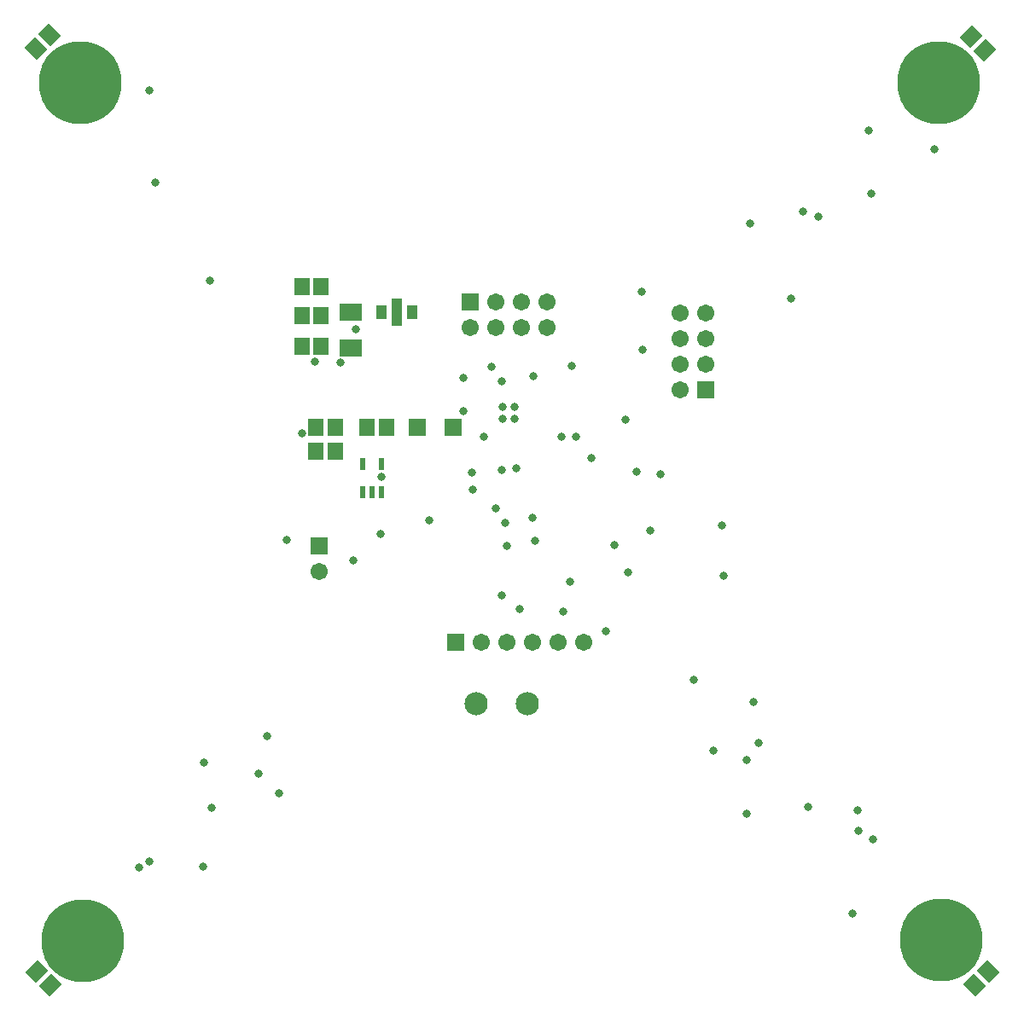
<source format=gbs>
%FSLAX25Y25*%
%MOIN*%
G70*
G01*
G75*
G04 Layer_Color=16711935*
G04:AMPARAMS|DCode=10|XSize=78.74mil|YSize=47.24mil|CornerRadius=0mil|HoleSize=0mil|Usage=FLASHONLY|Rotation=45.000|XOffset=0mil|YOffset=0mil|HoleType=Round|Shape=Rectangle|*
%AMROTATEDRECTD10*
4,1,4,-0.01114,-0.04454,-0.04454,-0.01114,0.01114,0.04454,0.04454,0.01114,-0.01114,-0.04454,0.0*
%
%ADD10ROTATEDRECTD10*%

G04:AMPARAMS|DCode=11|XSize=78.74mil|YSize=47.24mil|CornerRadius=0mil|HoleSize=0mil|Usage=FLASHONLY|Rotation=315.000|XOffset=0mil|YOffset=0mil|HoleType=Round|Shape=Rectangle|*
%AMROTATEDRECTD11*
4,1,4,-0.04454,0.01114,-0.01114,0.04454,0.04454,-0.01114,0.01114,-0.04454,-0.04454,0.01114,0.0*
%
%ADD11ROTATEDRECTD11*%

%ADD12O,0.01181X0.08268*%
%ADD13O,0.08268X0.01181*%
G04:AMPARAMS|DCode=14|XSize=59.06mil|YSize=51.18mil|CornerRadius=0mil|HoleSize=0mil|Usage=FLASHONLY|Rotation=45.000|XOffset=0mil|YOffset=0mil|HoleType=Round|Shape=Rectangle|*
%AMROTATEDRECTD14*
4,1,4,-0.00278,-0.03897,-0.03897,-0.00278,0.00278,0.03897,0.03897,0.00278,-0.00278,-0.03897,0.0*
%
%ADD14ROTATEDRECTD14*%

G04:AMPARAMS|DCode=15|XSize=35.43mil|YSize=37.4mil|CornerRadius=0mil|HoleSize=0mil|Usage=FLASHONLY|Rotation=45.000|XOffset=0mil|YOffset=0mil|HoleType=Round|Shape=Rectangle|*
%AMROTATEDRECTD15*
4,1,4,0.00070,-0.02575,-0.02575,0.00070,-0.00070,0.02575,0.02575,-0.00070,0.00070,-0.02575,0.0*
%
%ADD15ROTATEDRECTD15*%

G04:AMPARAMS|DCode=16|XSize=35.43mil|YSize=37.4mil|CornerRadius=0mil|HoleSize=0mil|Usage=FLASHONLY|Rotation=45.000|XOffset=0mil|YOffset=0mil|HoleType=Round|Shape=Rectangle|*
%AMROTATEDRECTD16*
4,1,4,0.00070,-0.02575,-0.02575,0.00070,-0.00070,0.02575,0.02575,-0.00070,0.00070,-0.02575,0.0*
%
%ADD16ROTATEDRECTD16*%

G04:AMPARAMS|DCode=17|XSize=59.06mil|YSize=51.18mil|CornerRadius=0mil|HoleSize=0mil|Usage=FLASHONLY|Rotation=135.000|XOffset=0mil|YOffset=0mil|HoleType=Round|Shape=Rectangle|*
%AMROTATEDRECTD17*
4,1,4,0.03897,-0.00278,0.00278,-0.03897,-0.03897,0.00278,-0.00278,0.03897,0.03897,-0.00278,0.0*
%
%ADD17ROTATEDRECTD17*%

G04:AMPARAMS|DCode=18|XSize=35.43mil|YSize=37.4mil|CornerRadius=0mil|HoleSize=0mil|Usage=FLASHONLY|Rotation=135.000|XOffset=0mil|YOffset=0mil|HoleType=Round|Shape=Rectangle|*
%AMROTATEDRECTD18*
4,1,4,0.02575,0.00070,-0.00070,-0.02575,-0.02575,-0.00070,0.00070,0.02575,0.02575,0.00070,0.0*
%
%ADD18ROTATEDRECTD18*%

G04:AMPARAMS|DCode=19|XSize=35.43mil|YSize=37.4mil|CornerRadius=0mil|HoleSize=0mil|Usage=FLASHONLY|Rotation=135.000|XOffset=0mil|YOffset=0mil|HoleType=Round|Shape=Rectangle|*
%AMROTATEDRECTD19*
4,1,4,0.02575,0.00070,-0.00070,-0.02575,-0.02575,-0.00070,0.00070,0.02575,0.02575,0.00070,0.0*
%
%ADD19ROTATEDRECTD19*%

%ADD20R,0.07480X0.02756*%
%ADD21O,0.02362X0.00984*%
%ADD22O,0.00984X0.02362*%
%ADD23R,0.11024X0.10630*%
%ADD24R,0.05906X0.05118*%
%ADD25R,0.03543X0.03740*%
%ADD26R,0.03543X0.03740*%
%ADD27C,0.01063*%
%ADD28C,0.01378*%
%ADD29C,0.01181*%
%ADD30C,0.08268*%
%ADD31C,0.05906*%
%ADD32R,0.05906X0.05906*%
%ADD33R,0.05906X0.05906*%
%ADD34C,0.31496*%
%ADD35C,0.02362*%
%ADD36R,0.01575X0.03937*%
%ADD37R,0.01575X0.03937*%
%ADD38R,0.06000X0.06000*%
%ADD39R,0.03400X0.10000*%
%ADD40R,0.03400X0.05000*%
%ADD41R,0.05118X0.05906*%
%ADD42R,0.07874X0.05906*%
%ADD43C,0.08000*%
%ADD44C,0.01000*%
%ADD45C,0.00984*%
%ADD46C,0.02362*%
%ADD47C,0.00787*%
G04:AMPARAMS|DCode=48|XSize=86.74mil|YSize=55.24mil|CornerRadius=0mil|HoleSize=0mil|Usage=FLASHONLY|Rotation=45.000|XOffset=0mil|YOffset=0mil|HoleType=Round|Shape=Rectangle|*
%AMROTATEDRECTD48*
4,1,4,-0.01114,-0.05020,-0.05020,-0.01114,0.01114,0.05020,0.05020,0.01114,-0.01114,-0.05020,0.0*
%
%ADD48ROTATEDRECTD48*%

G04:AMPARAMS|DCode=49|XSize=86.74mil|YSize=55.24mil|CornerRadius=0mil|HoleSize=0mil|Usage=FLASHONLY|Rotation=315.000|XOffset=0mil|YOffset=0mil|HoleType=Round|Shape=Rectangle|*
%AMROTATEDRECTD49*
4,1,4,-0.05020,0.01114,-0.01114,0.05020,0.05020,-0.01114,0.01114,-0.05020,-0.05020,0.01114,0.0*
%
%ADD49ROTATEDRECTD49*%

%ADD50O,0.01981X0.09068*%
%ADD51O,0.09068X0.01981*%
G04:AMPARAMS|DCode=52|XSize=67.06mil|YSize=59.18mil|CornerRadius=0mil|HoleSize=0mil|Usage=FLASHONLY|Rotation=45.000|XOffset=0mil|YOffset=0mil|HoleType=Round|Shape=Rectangle|*
%AMROTATEDRECTD52*
4,1,4,-0.00278,-0.04463,-0.04463,-0.00278,0.00278,0.04463,0.04463,0.00278,-0.00278,-0.04463,0.0*
%
%ADD52ROTATEDRECTD52*%

G04:AMPARAMS|DCode=53|XSize=43.43mil|YSize=45.4mil|CornerRadius=0mil|HoleSize=0mil|Usage=FLASHONLY|Rotation=45.000|XOffset=0mil|YOffset=0mil|HoleType=Round|Shape=Rectangle|*
%AMROTATEDRECTD53*
4,1,4,0.00070,-0.03141,-0.03141,0.00070,-0.00070,0.03141,0.03141,-0.00070,0.00070,-0.03141,0.0*
%
%ADD53ROTATEDRECTD53*%

G04:AMPARAMS|DCode=54|XSize=43.43mil|YSize=45.4mil|CornerRadius=0mil|HoleSize=0mil|Usage=FLASHONLY|Rotation=45.000|XOffset=0mil|YOffset=0mil|HoleType=Round|Shape=Rectangle|*
%AMROTATEDRECTD54*
4,1,4,0.00070,-0.03141,-0.03141,0.00070,-0.00070,0.03141,0.03141,-0.00070,0.00070,-0.03141,0.0*
%
%ADD54ROTATEDRECTD54*%

G04:AMPARAMS|DCode=55|XSize=67.06mil|YSize=59.18mil|CornerRadius=0mil|HoleSize=0mil|Usage=FLASHONLY|Rotation=135.000|XOffset=0mil|YOffset=0mil|HoleType=Round|Shape=Rectangle|*
%AMROTATEDRECTD55*
4,1,4,0.04463,-0.00278,0.00278,-0.04463,-0.04463,0.00278,-0.00278,0.04463,0.04463,-0.00278,0.0*
%
%ADD55ROTATEDRECTD55*%

G04:AMPARAMS|DCode=56|XSize=43.43mil|YSize=45.4mil|CornerRadius=0mil|HoleSize=0mil|Usage=FLASHONLY|Rotation=135.000|XOffset=0mil|YOffset=0mil|HoleType=Round|Shape=Rectangle|*
%AMROTATEDRECTD56*
4,1,4,0.03141,0.00070,-0.00070,-0.03141,-0.03141,-0.00070,0.00070,0.03141,0.03141,0.00070,0.0*
%
%ADD56ROTATEDRECTD56*%

G04:AMPARAMS|DCode=57|XSize=43.43mil|YSize=45.4mil|CornerRadius=0mil|HoleSize=0mil|Usage=FLASHONLY|Rotation=135.000|XOffset=0mil|YOffset=0mil|HoleType=Round|Shape=Rectangle|*
%AMROTATEDRECTD57*
4,1,4,0.03141,0.00070,-0.00070,-0.03141,-0.03141,-0.00070,0.00070,0.03141,0.03141,0.00070,0.0*
%
%ADD57ROTATEDRECTD57*%

%ADD58R,0.08280X0.03556*%
%ADD59O,0.03162X0.01784*%
%ADD60O,0.01784X0.03162*%
%ADD61R,0.11824X0.11430*%
%ADD62R,0.06706X0.05918*%
%ADD63R,0.04343X0.04540*%
%ADD64R,0.04343X0.04540*%
%ADD65C,0.09068*%
%ADD66C,0.06706*%
%ADD67R,0.06706X0.06706*%
%ADD68R,0.06706X0.06706*%
%ADD69C,0.32296*%
%ADD70C,0.03162*%
%ADD71R,0.02375X0.04737*%
%ADD72R,0.02375X0.04737*%
%ADD73R,0.06800X0.06800*%
%ADD74R,0.04200X0.10800*%
%ADD75R,0.04200X0.05800*%
%ADD76R,0.05918X0.06706*%
%ADD77R,0.08674X0.06706*%
D52*
X557355Y992645D02*
D03*
X562645Y987355D02*
D03*
X197645Y621855D02*
D03*
X192355Y627145D02*
D03*
D55*
X191855Y987855D02*
D03*
X197145Y993145D02*
D03*
X563820Y627184D02*
D03*
X558530Y621894D02*
D03*
D65*
X364000Y732000D02*
D03*
X384000D02*
D03*
D66*
X443500Y884500D02*
D03*
Y874500D02*
D03*
Y864500D02*
D03*
Y854500D02*
D03*
X453500Y884500D02*
D03*
Y874500D02*
D03*
Y864500D02*
D03*
X366000Y756000D02*
D03*
X376000D02*
D03*
X386000D02*
D03*
X396000D02*
D03*
X406000D02*
D03*
X361500Y879000D02*
D03*
X371500D02*
D03*
Y889000D02*
D03*
X381500Y879000D02*
D03*
Y889000D02*
D03*
X391500Y879000D02*
D03*
Y889000D02*
D03*
X302500Y783500D02*
D03*
D67*
X453500Y854500D02*
D03*
X302500Y793500D02*
D03*
D68*
X356000Y756000D02*
D03*
X361500Y889000D02*
D03*
D69*
X209318Y974682D02*
D03*
X544682D02*
D03*
X210318Y639318D02*
D03*
X545500Y639500D02*
D03*
D70*
X409000Y828000D02*
D03*
X381000Y769000D02*
D03*
X370000Y863600D02*
D03*
X373900Y857800D02*
D03*
X469500Y689000D02*
D03*
X456500Y713500D02*
D03*
X469500Y710000D02*
D03*
X428500Y893000D02*
D03*
X449000Y741200D02*
D03*
X518918Y678882D02*
D03*
X518353Y931355D02*
D03*
X286900Y696800D02*
D03*
X236300Y670100D02*
D03*
X371500Y808200D02*
D03*
X379453Y823747D02*
D03*
X296000Y837500D02*
D03*
X289704Y796004D02*
D03*
X282300Y719300D02*
D03*
X259887Y897134D02*
D03*
X491645Y924101D02*
D03*
X470900Y919500D02*
D03*
X510918Y649946D02*
D03*
X497400Y922384D02*
D03*
X517300Y955800D02*
D03*
X375900Y793700D02*
D03*
X460000Y801700D02*
D03*
X374000Y774066D02*
D03*
X400400Y779500D02*
D03*
X472100Y732700D02*
D03*
X460700Y782000D02*
D03*
X423300Y783300D02*
D03*
X487000Y890200D02*
D03*
X422200Y842900D02*
D03*
X345600Y803600D02*
D03*
X426500Y822400D02*
D03*
X375300Y802400D02*
D03*
X358800Y846200D02*
D03*
X436000Y821500D02*
D03*
X418000Y793900D02*
D03*
X414500Y760300D02*
D03*
X397100Y836200D02*
D03*
X362300Y822200D02*
D03*
X374000Y823100D02*
D03*
X403000Y836300D02*
D03*
X401300Y863800D02*
D03*
X428850Y870200D02*
D03*
X513018Y690082D02*
D03*
X513118Y682282D02*
D03*
X493418Y691482D02*
D03*
X300900Y865700D02*
D03*
X311000Y865200D02*
D03*
X431900Y799400D02*
D03*
X362700Y815400D02*
D03*
X238500Y935645D02*
D03*
X315800Y787800D02*
D03*
X358900Y859200D02*
D03*
X385900Y804700D02*
D03*
X386800Y795519D02*
D03*
X326500Y798100D02*
D03*
X397900Y768000D02*
D03*
X257500Y709000D02*
D03*
X279000Y704500D02*
D03*
X542800Y948664D02*
D03*
X257200Y668100D02*
D03*
X260500Y691100D02*
D03*
X236300Y971422D02*
D03*
X327000Y820700D02*
D03*
X317000Y878300D02*
D03*
X366800Y836200D02*
D03*
X386300Y859900D02*
D03*
X232145Y668000D02*
D03*
X474260Y716600D02*
D03*
X374138Y847862D02*
D03*
X378862D02*
D03*
X374138Y843138D02*
D03*
X378862D02*
D03*
D71*
X327000Y814500D02*
D03*
X323260D02*
D03*
X319520D02*
D03*
Y825524D02*
D03*
D72*
X327000D02*
D03*
D73*
X355000Y840000D02*
D03*
X341000D02*
D03*
D74*
X333000Y885000D02*
D03*
D75*
X339000D02*
D03*
X327000D02*
D03*
D76*
X295760Y871500D02*
D03*
X303240D02*
D03*
X295760Y883500D02*
D03*
X303240D02*
D03*
X295760Y895000D02*
D03*
X303240D02*
D03*
X328740Y840000D02*
D03*
X321260D02*
D03*
X308740D02*
D03*
X301260D02*
D03*
X308740Y830500D02*
D03*
X301260D02*
D03*
D77*
X315000Y871000D02*
D03*
Y884780D02*
D03*
M02*

</source>
